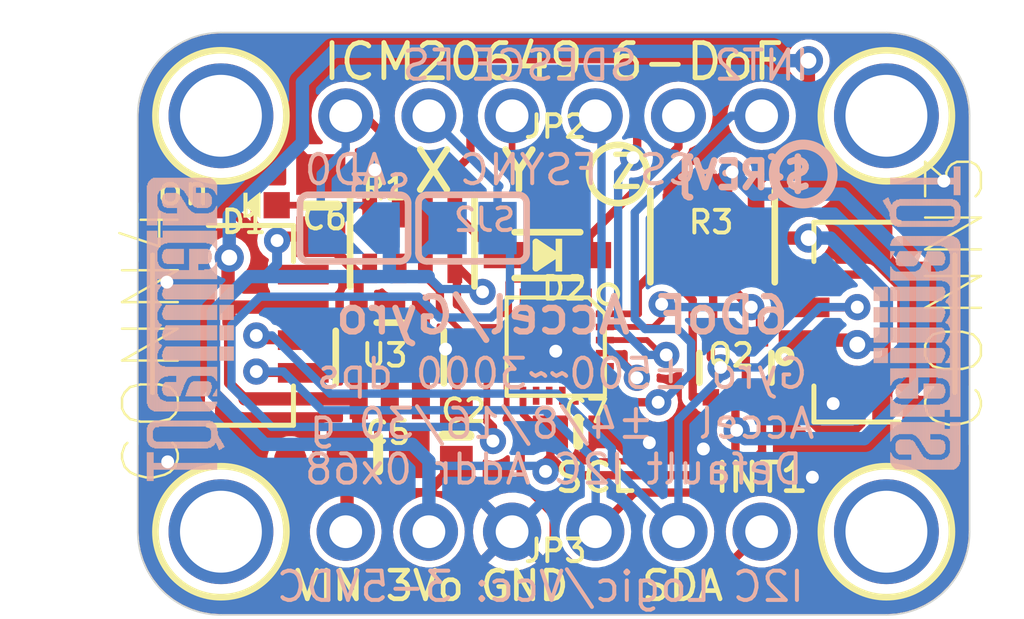
<source format=kicad_pcb>
(kicad_pcb (version 20221018) (generator pcbnew)
  (layers (0 "F.Cu" signal) (31 "B.Cu" signal) (34 "B.Paste" user) (35 "F.Paste" user) (36 "B.SilkS" user "B.Silkscreen") (37 "F.SilkS" user "F.Silkscreen") (38 "B.Mask" user) (39 "F.Mask" user) (44 "Edge.Cuts" user))
  (net 0 "")
  (net 1 "3.3V")
  (net 2 "GND")
  (net 3 "SDA")
  (net 4 "SCL")
  (net 5 "FSYNC_IN")
  (net 6 "REGOUT")
  (net 7 "SDA_EXT")
  (net 8 "SCL_EXT")
  (net 9 "AD0")
  (net 10 "SCL_3V")
  (net 11 "SDA_3V")
  (net 12 "INT1")
  (net 13 "VCC")
  (net 14 "~{CS_3V}")
  (net 15 "INT2")
  (net 16 "N$1")
  (net 17 "CS")
  (footprint "working:JST_SH4" (layer "F.Cu") (at 138.3411 105.0036 -90)
    (fp_text reference "CONN4")
    (fp_text value "STEMMA_I2C_QT" hide)
  )
  (footprint "working:SOT23-5" (layer "F.Cu") (at 143.4973 106.0196)
    (fp_text reference "U3")
    (fp_text value "AP2112K-3.3")
  )
  (footprint "working:0805-NO" (layer "F.Cu") (at 141.3891 101.3968 90)
    (fp_text reference "C6")
    (fp_text value "10uF")
  )
  (footprint "working:FIDUCIAL_1MM" (layer "F.Cu") (at 140.462 109.1438)
    (fp_text reference "FID4" hide)
    (fp_text value "FIDUCIAL_1MM" hide)
  )
  (footprint "working:RESPACK_4X0603" (layer "F.Cu") (at 153.3525 102.3366 180)
    (fp_text reference "R3")
    (fp_text value "10K")
  )
  (footprint "working:0603-NO" (layer "F.Cu") (at 149.2504 108.3056)
    (fp_text reference "C7")
    (fp_text value "0.1uF")
  )
  (footprint "working:MOUNTINGHOLE_2.5_PLATED" (layer "F.Cu") (at 158.6611 111.3536)
    (fp_text reference "U$43" hide)
    (fp_text value "MOUNTINGHOLE2.5" hide)
  )
  (footprint "working:1X06_ROUND_70" (layer "F.Cu") (at 148.5011 111.3536)
    (fp_text reference "JP3")
    (fp_text value "")
  )
  (footprint "working:1X06_ROUND" (layer "F.Cu") (at 148.5011 98.6536)
    (fp_text reference "JP2")
    (fp_text value "")
  )
  (footprint "working:CHIPLED_0603_NOOUTLINE" (layer "F.Cu") (at 139.2936 101.3841 90)
    (fp_text reference "D1")
    (fp_text value "GREEN")
  )
  (footprint "working:MOUNTINGHOLE_2.5_PLATED" (layer "F.Cu") (at 158.6611 98.6536)
    (fp_text reference "U$40" hide)
    (fp_text value "MOUNTINGHOLE2.5" hide)
  )
  (footprint "working:MOUNTINGHOLE_2.5_PLATED" (layer "F.Cu") (at 138.3411 111.3536)
    (fp_text reference "U$42" hide)
    (fp_text value "MOUNTINGHOLE2.5" hide)
  )
  (footprint "working:SOD-323" (layer "F.Cu") (at 148.3106 102.9081 180)
    (fp_text reference "D2")
    (fp_text value "1n4148")
  )
  (footprint "working:SOT363" (layer "F.Cu") (at 154.051 106.3498 180)
    (fp_text reference "Q2")
    (fp_text value "BSS138")
  )
  (footprint "working:RESPACK_4X0603" (layer "F.Cu") (at 144.1831 102.4636)
    (fp_text reference "R1")
    (fp_text value "10K")
  )
  (footprint "working:0805-NO" (layer "F.Cu") (at 143.1417 108.966)
    (fp_text reference "C5")
    (fp_text value "10uF")
  )
  (footprint "working:FIDUCIAL_1MM" (layer "F.Cu") (at 156.3751 100.8126)
    (fp_text reference "FID3" hide)
    (fp_text value "FIDUCIAL_1MM" hide)
  )
  (footprint "working:JST_SH4" (layer "F.Cu") (at 158.6611 105.0036 90)
    (fp_text reference "CONN3")
    (fp_text value "STEMMA_I2C_QT" hide)
  )
  (footprint "working:0603-NO" (layer "F.Cu") (at 145.5293 108.4199 -90)
    (fp_text reference "C2")
    (fp_text value "0.1uF")
  )
  (footprint "working:QFN24_3MM" (layer "F.Cu") (at 148.5646 105.7021 -90)
    (fp_text reference "U$7" hide)
    (fp_text value "ICM-20649QFN3MM" hide)
  )
  (footprint "working:MOUNTINGHOLE_2.5_PLATED" (layer "F.Cu") (at 138.3411 98.6536)
    (fp_text reference "U$39" hide)
    (fp_text value "MOUNTINGHOLE2.5" hide)
  )
  (footprint "working:SOLDERJUMPER_CLOSEDWIRE" (layer "B.Cu") (at 146.0246 102.0826)
    (fp_text reference "SJ2")
    (fp_text value "FSYNC")
  )
  (footprint "working:STEMMAQT" (layer "B.Cu") (at 158.2801 109.4486 90)
    (fp_text reference "U$47" hide)
    (fp_text value "" hide)
  )
  (footprint "working:PCBFEAT-REV-040" (layer "B.Cu") (at 156.1211 100.4316 180)
    (fp_text reference "U$46" hide)
    (fp_text value "" hide)
  )
  (footprint "working:SOLDERJUMPER_ARROW_NOPASTE" (layer "B.Cu") (at 142.4051 102.0826 180)
    (fp_text reference "SJ3")
    (fp_text value "")
  )
  (footprint "working:STEMMAQT" (layer "B.Cu") (at 138.7221 100.5586 -90)
    (fp_text reference "U$48" hide)
    (fp_text value "" hide)
  )
  (gr_circle (center 150.4696 100.4316) (end 151.3586 100.4316) (stroke (width 0.2032)) (fill none) (layer "F.SilkS"))
  (gr_line (start 161.2011 111.3536) (end 161.2011 98.6536) (stroke (width 0.05)) (layer "Edge.Cuts"))
  (gr_line (start 138.3411 113.8936) (end 158.6611 113.8936) (stroke (width 0.05)) (layer "Edge.Cuts"))
  (gr_arc (start 138.3411 113.8936) (mid 136.545049 113.149651) (end 135.8011 111.3536) (stroke (width 0.05)) (layer "Edge.Cuts"))
  (gr_line (start 135.8011 98.6536) (end 135.8011 111.3536) (stroke (width 0.05)) (layer "Edge.Cuts"))
  (gr_arc (start 135.8011 98.6536) (mid 136.545049 96.857549) (end 138.3411 96.1136) (stroke (width 0.05)) (layer "Edge.Cuts"))
  (gr_arc (start 161.2011 111.3536) (mid 160.457151 113.149651) (end 158.6611 113.8936) (stroke (width 0.05)) (layer "Edge.Cuts"))
  (gr_arc (start 158.6611 96.1136) (mid 160.457151 96.857549) (end 161.2011 98.6536) (stroke (width 0.05)) (layer "Edge.Cuts"))
  (gr_line (start 158.6611 96.1136) (end 138.3411 96.1136) (stroke (width 0.05)) (layer "Edge.Cuts"))
  (gr_text "Gyro ±500~~3000 dps" (at 148.7551 106.5276) (layer "B.SilkS") (effects (font (size 0.89408 0.89408) (thickness 0.12192)) (justify mirror)))
  (gr_text "SDE" (at 149.7711 97.6376) (layer "B.SilkS") (effects (font (size 0.89408 0.89408) (thickness 0.12192)) (justify bottom mirror)))
  (gr_text "INT2" (at 154.8511 97.6376) (layer "B.SilkS") (effects (font (size 0.89408 0.89408) (thickness 0.12192)) (justify bottom mirror)))
  (gr_text "Accel  ±4/8/16/30 g" (at 148.7551 108.0516) (layer "B.SilkS") (effects (font (size 0.89408 0.89408) (thickness 0.12192)) (justify mirror)))
  (gr_text "FSYNC" (at 147.7391 100.3046) (layer "B.SilkS") (effects (font (size 0.89408 0.89408) (thickness 0.12192)) (justify mirror)))
  (gr_text "AD0" (at 142.1511 100.3046) (layer "B.SilkS") (effects (font (size 0.89408 0.89408) (thickness 0.12192)) (justify mirror)))
  (gr_text "I2C Logic/Vcc: 3-5VDC" (at 148.0947 113.03) (layer "B.SilkS") (effects (font (size 0.89408 0.89408) (thickness 0.12192)) (justify mirror)))
  (gr_text "SCE" (at 147.2311 97.6376) (layer "B.SilkS") (effects (font (size 0.89408 0.89408) (thickness 0.12192)) (justify bottom mirror)))
  (gr_text "6DoF Accel/Gyro" (at 148.7551 104.7496) (layer "B.SilkS") (effects (font (size 1.0795 1.0795) (thickness 0.1905)) (justify mirror)))
  (gr_text "Default I2C Addr 0x68" (at 148.5011 109.4486) (layer "B.SilkS") (effects (font (size 0.89408 0.89408) (thickness 0.12192)) (justify mirror)))
  (gr_text "FS" (at 144.6911 97.6376) (layer "B.SilkS") (effects (font (size 0.89408 0.89408) (thickness 0.12192)) (justify bottom mirror)))
  (gr_text "~CS" (at 152.3111 100.3046) (layer "B.SilkS") (effects (font (size 0.89408 0.89408) (thickness 0.12192)) (justify mirror)))
  (gr_text "3Vo" (at 144.5641 113.0046) (layer "F.SilkS") (effects (font (size 0.87376 0.87376) (thickness 0.14224))))
  (gr_text "SCL" (at 149.7711 109.7026) (layer "F.SilkS") (effects (font (size 0.87376 0.87376) (thickness 0.14224))))
  (gr_text "GND" (at 147.6121 113.0046) (layer "F.SilkS") (effects (font (size 0.87376 0.87376) (thickness 0.14224))))
  (gr_text "ICM20649 6-DoF" (at 148.5011 97.0026) (layer "F.SilkS") (effects (font (size 1.072896 1.072896) (thickness 0.146304))))
  (gr_text "SDA" (at 152.4381 113.0046) (layer "F.SilkS") (effects (font (size 0.87376 0.87376) (thickness 0.14224))))
  (gr_text "Y" (at 146.7866 101.0666) (layer "F.SilkS") (effects (font (size 1.223264 1.223264) (thickness 0.199136)) (justify left bottom)))
  (gr_text "on" (at 136.3091 101.4476) (layer "F.SilkS") (effects (font (size 0.89408 0.89408) (thickness 0.12192)) (justify left bottom)))
  (gr_text "X" (at 144.1196 101.0666) (layer "F.SilkS") (effects (font (size 1.223264 1.223264) (thickness 0.199136)) (justify left bottom)))
  (gr_text "INT1" (at 154.8511 109.7026) (layer "F.SilkS") (effects (font (size 0.87376 0.87376) (thickness 0.14224))))
  (gr_text "Z" (at 150.1521 100.9396) (layer "F.SilkS") (effects (font (size 0.98298 0.98298) (thickness 0.16002)) (justify left bottom)))
  (gr_text "VIN" (at 141.6431 113.0046) (layer "F.SilkS") (effects (font (size 0.87376 0.87376) (thickness 0.14224))))
  (segment (start 147.5646 107.2021) (end 147.5646 107.7616) (width 0.2032) (layer "F.Cu") (net 1))
  (segment (start 154.3685 106.7418) (end 154.051 107.0593) (width 0.254) (layer "F.Cu") (net 1))
  (segment (start 147.8289 108.0259) (end 148.1086 108.3056) (width 0.254) (layer "F.Cu") (net 1))
  (segment (start 153.7525 100.476) (end 153.9049 100.3236) (width 0.4064) (layer "F.Cu") (net 1))
  (segment (start 154.051 105.4498) (end 154.051 105.6403) (width 0.254) (layer "F.Cu") (net 1))
  (segment (start 148.4004 108.3056) (end 148.4004 109.0676) (width 0.254) (layer "F.Cu") (net 1))
  (segment (start 148.2526 109.2154) (end 148.2526 109.512425) (width 0.254) (layer "F.Cu") (net 1))
  (segment (start 140.0556 102.4636) (end 140.178934 102.340266) (width 0.3048) (layer "F.Cu") (net 1))
  (segment (start 145.4831 103.3136) (end 145.6112 103.3136) (width 0.254) (layer "F.Cu") (net 1))
  (segment (start 153.4541 109.6304) (end 148.9632 109.6304) (width 0.254) (layer "F.Cu") (net 1))
  (segment (start 145.5466 104.4167) (end 146.232 105.1021) (width 0.1778) (layer "F.Cu") (net 1))
  (segment (start 153.7525 101.4866) (end 153.7525 100.476) (width 0.4064) (layer "F.Cu") (net 1))
  (segment (start 146.32965 104.03205) (end 145.6112 103.3136) (width 0.254) (layer "F.Cu") (net 1))
  (segment (start 148.1086 108.3056) (end 148.4004 108.3056) (width 0.254) (layer "F.Cu") (net 1))
  (segment (start 145.5466 103.3771) (end 145.5466 104.4167) (width 0.254) (layer "F.Cu") (net 1))
  (segment (start 145.4831 103.3136) (end 145.5466 103.3771) (width 0.254) (layer "F.Cu") (net 1))
  (segment (start 148.9632 109.6304) (end 148.4004 109.0676) (width 0.254) (layer "F.Cu") (net 1))
  (segment (start 153.4985 100.73) (end 153.3271 100.5586) (width 0.4064) (layer "F.Cu") (net 1))
  (segment (start 142.5473 104.7195) (end 142.5473 103.6494) (width 0.3048) (layer "F.Cu") (net 1))
  (segment (start 154.051 107.2498) (end 154.051 108.2959) (width 0.254) (layer "F.Cu") (net 1))
  (segment (start 153.4985 100.73) (end 153.7525 100.476) (width 0.4064) (layer "F.Cu") (net 1))
  (segment (start 142.5473 103.6494) (end 142.8831 103.3136) (width 0.3048) (layer "F.Cu") (net 1))
  (segment (start 147.0646 105.1021) (end 146.232 105.1021) (width 0.1778) (layer "F.Cu") (net 1))
  (segment (start 153.9049 100.3236) (end 153.9494 100.3681) (width 0.4064) (layer "F.Cu") (net 1))
  (segment (start 154.051 109.0335) (end 153.4541 109.6304) (width 0.254) (layer "F.Cu") (net 1))
  (segment (start 153.3271 100.5586) (end 152.243 100.5586) (width 0.4064) (layer "F.Cu") (net 1))
  (segment (start 148.4004 109.0676) (end 148.2526 109.2154) (width 0.254) (layer "F.Cu") (net 1))
  (segment (start 154.0891 108.2578) (end 154.051 108.2959) (width 0.254) (layer "F.Cu") (net 1))
  (segment (start 147.5646 107.7616) (end 147.8289 108.0259) (width 0.2032) (layer "F.Cu") (net 1))
  (segment (start 152.0525 101.4866) (end 152.0525 100.7491) (width 0.4064) (layer "F.Cu") (net 1))
  (segment (start 154.051 108.2959) (end 154.051 109.0335) (width 0.254) (layer "F.Cu") (net 1))
  (segment (start 142.5473 103.505) (end 141.3891 102.3468) (width 0.3048) (layer "F.Cu") (net 1))
  (segment (start 154.3685 105.9578) (end 154.051 105.6403) (width 0.254) (layer "F.Cu") (net 1))
  (segment (start 152.243 100.5586) (end 152.0525 100.7491) (width 0.4064) (layer "F.Cu") (net 1))
  (segment (start 140.178934 102.340266) (end 141.3891 102.3468) (width 0.3048) (layer "F.Cu") (net 1))
  (segment (start 142.5473 103.6494) (end 142.5473 103.505) (width 0.3048) (layer "F.Cu") (net 1))
  (segment (start 154.3685 105.9578) (end 154.3685 106.7418) (width 0.254) (layer "F.Cu") (net 1))
  (segment (start 154.051 107.2498) (end 154.051 107.0593) (width 0.254) (layer "F.Cu") (net 1))
  (via (at 148.2526 109.512425) (size 0.8001) (drill 0.3937) (layers "F.Cu" "B.Cu") (net 1))
  (via (at 146.32965 104.03205) (size 0.8001) (drill 0.3937) (layers "F.Cu" "B.Cu") (net 1))
  (via (at 153.9494 100.3681) (size 0.8001) (drill 0.3937) (layers "F.Cu" "B.Cu") (net 1))
  (via (at 140.0556 102.4636) (size 0.8001) (drill 0.3937) (layers "F.Cu" "B.Cu") (net 1))
  (via (at 154.0891 108.2578) (size 0.8001) (drill 0.3937) (layers "F.Cu" "B.Cu") (net 1))
  (segment (start 139.6746 103.5632) (end 140.0556 103.1822) (width 0.3048) (layer "B.Cu") (net 1))
  (segment (start 146.2418 103.9442) (end 145.052 103.9442) (width 0.254) (layer "B.Cu") (net 1))
  (segment (start 159.7747 106.720738) (end 157.983637 108.5118) (width 0.4064) (layer "B.Cu") (net 1))
  (segment (start 148.083175 109.343) (end 144.8395 109.343) (width 0.254) (layer "B.Cu") (net 1))
  (segment (start 159.7747 103.515063) (end 157.305737 101.0461) (width 0.4064) (layer "B.Cu") (net 1))
  (segment (start 143.5481 103.5632) (end 141.8971 103.5632) (width 0.4064) (layer "B.Cu") (net 1))
  (segment (start 159.7747 103.515063) (end 159.7747 106.720738) (width 0.4064) (layer "B.Cu") (net 1))
  (segment (start 138.1165 104.641338) (end 139.194637 103.5632) (width 0.4064) (layer "B.Cu") (net 1))
  (segment (start 146.32965 104.03205) (end 146.2418 103.9442) (width 0.254) (layer "B.Cu") (net 1))
  (segment (start 148.2526 109.512425) (end 148.083175 109.343) (width 0.254) (layer "B.Cu") (net 1))
  (segment (start 154.0891 108.2578) (end 154.3431 108.5118) (width 0.4064) (layer "B.Cu") (net 1))
  (segment (start 141.8971 103.5632) (end 139.6746 103.5632) (width 0.4064) (layer "B.Cu") (net 1))
  (segment (start 157.983637 108.5118) (end 154.3431 108.5118) (width 0.4064) (layer "B.Cu") (net 1))
  (segment (start 157.305737 101.0461) (end 154.6274 101.0461) (width 0.4064) (layer "B.Cu") (net 1))
  (segment (start 144.6911 109.1946) (end 144.65935 109.16285) (width 0.4064) (layer "B.Cu") (net 1))
  (segment (start 143.4211 102.0826) (end 143.4846 102.1461) (width 0.4064) (layer "B.Cu") (net 1))
  (segment (start 144.671 103.5632) (end 143.5481 103.5632) (width 0.4064) (layer "B.Cu") (net 1))
  (segment (start 143.4846 103.4997) (end 143.5481 103.5632) (width 0.4064) (layer "B.Cu") (net 1))
  (segment (start 140.0556 103.1822) (end 140.0556 102.4636) (width 0.3048) (layer "B.Cu") (net 1))
  (segment (start 145.052 103.9442) (end 144.671 103.5632) (width 0.254) (layer "B.Cu") (net 1))
  (segment (start 154.6274 101.0461) (end 153.9494 100.3681) (width 0.4064) (layer "B.Cu") (net 1))
  (segment (start 143.4846 102.1461) (end 143.4846 103.4997) (width 0.4064) (layer "B.Cu") (net 1))
  (segment (start 139.6746 103.5632) (end 139.194637 103.5632) (width 0.4064) (layer "B.Cu") (net 1))
  (segment (start 139.670675 108.6866) (end 138.1165 107.132425) (width 0.4064) (layer "B.Cu") (net 1))
  (segment (start 138.1165 107.132425) (end 138.1165 104.641338) (width 0.4064) (layer "B.Cu") (net 1))
  (segment (start 144.65935 109.16285) (end 144.1831 108.6866) (width 0.4064) (layer "B.Cu") (net 1))
  (segment (start 144.6911 111.3536) (end 144.6911 109.1946) (width 0.4064) (layer "B.Cu") (net 1))
  (segment (start 144.8395 109.343) (end 144.65935 109.16285) (width 0.254) (layer "B.Cu") (net 1))
  (segment (start 144.1831 108.6866) (end 139.670675 108.6866) (width 0.4064) (layer "B.Cu") (net 1))
  (segment (start 149.8346 107.4166) (end 149.8981 107.4166) (width 0.2032) (layer "F.Cu") (net 2))
  (segment (start 140.8551 103.5036) (end 141.7941 103.5036) (width 0.2032) (layer "F.Cu") (net 2))
  (segment (start 138.5436 101.3841) (end 138.4046 101.3841) (width 0.4064) (layer "F.Cu") (net 2))
  (segment (start 149.6201 107.2021) (end 149.8346 107.4166) (width 0.2032) (layer "F.Cu") (net 2))
  (segment (start 144.533225 105.7783) (end 145.1991 105.7783) (width 0.2032) (layer "F.Cu") (net 2))
  (segment (start 148.5646 105.7021) (end 148.5646 105.8418) (width 0.254) (layer "F.Cu") (net 2))
  (segment (start 143.4973 108.0008) (end 144.0917 108.5952) (width 0.4064) (layer "F.Cu") (net 2))
  (segment (start 142.426887 105.914388) (end 142.575675 105.7656) (width 0.2032) (layer "F.Cu") (net 2))
  (segment (start 141.9929 105.4158) (end 141.9606 105.4481) (width 0.2032) (layer "F.Cu") (net 2))
  (segment (start 150.1004 107.6189) (end 150.1004 108.3056) (width 0.2032) (layer "F.Cu") (net 2))
  (segment (start 136.9441 101.3206) (end 136.9441 103.4796) (width 0.4064) (layer "F.Cu") (net 2))
  (segment (start 137.0076 101.2571) (end 136.9441 101.3206) (width 0.4064) (layer "F.Cu") (net 2))
  (segment (start 141.9606 105.4481) (end 142.426887 105.914388) (width 0.2032) (layer "F.Cu") (net 2))
  (segment (start 149.544 107.1815) (end 149.5646 107.2021) (width 0.2032) (layer "F.Cu") (net 2))
  (segment (start 144.520525 105.7656) (end 144.533225 105.7783) (width 0.2032) (layer "F.Cu") (net 2))
  (segment (start 150.0646 106.3021) (end 149.0249 106.3021) (width 0.1778) (layer "F.Cu") (net 2))
  (segment (start 136.9441 103.4796) (end 136.6901 103.7336) (width 0.4064) (layer "F.Cu") (net 2))
  (segment (start 149.5646 107.2021) (end 149.6201 107.2021) (width 0.2032) (layer "F.Cu") (net 2))
  (segment (start 142.0241 103.972569) (end 141.9929 104.003769) (width 0.2032) (layer "F.Cu") (net 2))
  (segment (start 141.9929 104.003769) (end 141.9929 105.4158) (width 0.2032) (layer "F.Cu") (net 2))
  (segment (start 143.4973 107.3197) (end 143.4973 108.0008) (width 0.4064) (layer "F.Cu") (net 2))
  (segment (start 141.7941 103.5036) (end 142.0241 103.7336) (width 0.2032) (layer "F.Cu") (net 2))
  (segment (start 138.2776 101.2571) (end 137.0076 101.2571) (width 0.4064) (layer "F.Cu") (net 2))
  (segment (start 138.4046 101.3841) (end 138.2776 101.2571) (width 0.4064) (layer "F.Cu") (net 2))
  (segment (start 142.575675 105.7656) (end 144.520525 105.7656) (width 0.2032) (layer "F.Cu") (net 2))
  (segment (start 144.0917 108.5952) (end 144.0917 108.966) (width 0.4064) (layer "F.Cu") (net 2))
  (segment (start 149.0249 106.3021) (end 148.5646 105.8418) (width 0.2032) (layer "F.Cu") (net 2))
  (segment (start 149.8981 107.4166) (end 150.1004 107.6189) (width 0.2032) (layer "F.Cu") (net 2))
  (segment (start 142.0241 103.7336) (end 142.0241 103.972569) (width 0.2032) (layer "F.Cu") (net 2))
  (via (at 136.7155 109.22) (size 0.8001) (drill 0.3937) (layers "F.Cu" "B.Cu") (net 2))
  (via (at 157.0355 107.442) (size 0.8001) (drill 0.3937) (layers "F.Cu" "B.Cu") (net 2))
  (via (at 153.0731 108.8263) (size 0.8001) (drill 0.3937) (layers "F.Cu" "B.Cu") (net 2))
  (via (at 148.5646 105.8418) (size 0.8001) (drill 0.3937) (layers "F.Cu" "B.Cu") (net 2))
  (via (at 156.4005 109.6899) (size 0.8001) (drill 0.3937) (layers "F.Cu" "B.Cu") (net 2))
  (via (at 143.0401 100.3046) (size 0.8001) (drill 0.3937) (layers "F.Cu" "B.Cu") (net 2))
  (via (at 136.6901 103.7336) (size 0.8001) (drill 0.3937) (layers "F.Cu" "B.Cu") (net 2))
  (via (at 151.4221 108.6358) (size 0.8001) (drill 0.3937) (layers "F.Cu" "B.Cu") (net 2))
  (via (at 160.4137 100.6475) (size 0.8001) (drill 0.3937) (layers "F.Cu" "B.Cu") (net 2))
  (via (at 145.1991 105.7783) (size 0.8001) (drill 0.3937) (layers "F.Cu" "B.Cu") (net 2))
  (segment (start 156.1471 104.5036) (end 157.7641 104.5036) (width 0.254) (layer "F.Cu") (net 3))
  (segment (start 152.9525 103.72) (end 152.9525 103.1866) (width 0.254) (layer "F.Cu") (net 3))
  (segment (start 153.301 105.4498) (end 153.301 106.0379) (width 0.254) (layer "F.Cu") (net 3))
  (segment (start 157.7641 104.5036) (end 157.7721 104.4956) (width 0.254) (layer "F.Cu") (net 3))
  (segment (start 153.3716 105.3792) (end 153.301 105.4498) (width 0.254) (layer "F.Cu") (net 3))
  (segment (start 152.9525 103.72) (end 153.3716 104.1391) (width 0.254) (layer "F.Cu") (net 3))
  (segment (start 140.8551 105.5036) (end 139.521312 105.5036) (width 0.254) (layer "F.Cu") (net 3))
  (segment (start 153.3716 104.1391) (end 153.3716 105.3792) (width 0.254) (layer "F.Cu") (net 3))
  (segment (start 153.301 106.0379) (end 153.6002 106.3371) (width 0.254) (layer "F.Cu") (net 3))
  (segment (start 139.521312 105.5036) (end 139.4206 105.361994) (width 0.254) (layer "F.Cu") (net 3))
  (via (at 153.6002 106.3371) (size 0.8001) (drill 0.3937) (layers "F.Cu" "B.Cu") (net 3))
  (via (at 157.7721 104.4956) (size 0.8001) (drill 0.3937) (layers "F.Cu" "B.Cu") (net 3))
  (via (at 139.4206 105.361994) (size 0.8001) (drill 0.3937) (layers "F.Cu" "B.Cu") (net 3))
  (segment (start 139.90095 105.361994) (end 139.4206 105.361994) (width 0.254) (layer "B.Cu") (net 3))
  (segment (start 150.2791 109.3216) (end 152.3111 111.3536) (width 0.254) (layer "B.Cu") (net 3))
  (segment (start 153.6002 106.3371) (end 153.6002 106.6355) (width 0.254) (layer "B.Cu") (net 3))
  (segment (start 139.90095 105.361994) (end 141.676156 107.1372) (width 0.254) (layer "B.Cu") (net 3))
  (segment (start 148.6027 107.1372) (end 150.2791 108.8136) (width 0.254) (layer "B.Cu") (net 3))
  (segment (start 141.676156 107.1372) (end 148.6027 107.1372) (width 0.254) (layer "B.Cu") (net 3))
  (segment (start 153.6002 106.6355) (end 152.3111 107.9246) (width 0.254) (layer "B.Cu") (net 3))
  (segment (start 156.6291 104.4956) (end 157.7721 104.4956) (width 0.254) (layer "B.Cu") (net 3))
  (segment (start 153.6002 106.3371) (end 154.7876 106.3371) (width 0.254) (layer "B.Cu") (net 3))
  (segment (start 150.2791 108.8136) (end 150.2791 109.3216) (width 0.254) (layer "B.Cu") (net 3))
  (segment (start 154.7876 106.3371) (end 156.6291 104.4956) (width 0.254) (layer "B.Cu") (net 3))
  (segment (start 152.3111 111.3536) (end 152.3111 107.9246) (width 0.254) (layer "B.Cu") (net 3))
  (segment (start 150.9659 110.1588) (end 153.615675 110.1588) (width 0.254) (layer "F.Cu") (net 4))
  (segment (start 154.8645 107.3133) (end 154.8645 108.909975) (width 0.254) (layer "F.Cu") (net 4))
  (segment (start 150.9659 110.1588) (end 149.7711 111.3536) (width 0.254) (layer "F.Cu") (net 4))
  (segment (start 158.6611 106.0196) (end 157.8991 106.7816) (width 0.254) (layer "F.Cu") (net 4))
  (segment (start 153.615675 110.1588) (end 154.8645 108.909975) (width 0.254) (layer "F.Cu") (net 4))
  (segment (start 155.6265 107.2498) (end 154.801 107.2498) (width 0.254) (layer "F.Cu") (net 4))
  (segment (start 154.8645 107.3133) (end 154.801 107.2498) (width 0.254) (layer "F.Cu") (net 4))
  (segment (start 154.9695 103.5036) (end 154.6525 103.1866) (width 0.254) (layer "F.Cu") (net 4))
  (segment (start 156.1471 103.5036) (end 154.9695 103.5036) (width 0.254) (layer "F.Cu") (net 4))
  (segment (start 158.6611 104.1146) (end 158.6611 106.0196) (width 0.254) (layer "F.Cu") (net 4))
  (segment (start 157.709687 108.241013) (end 156.617712 108.241013) (width 0.254) (layer "F.Cu") (net 4))
  (segment (start 157.8991 108.0516) (end 157.709687 108.241013) (width 0.254) (layer "F.Cu") (net 4))
  (segment (start 158.0501 103.5036) (end 158.6611 104.1146) (width 0.254) (layer "F.Cu") (net 4))
  (segment (start 157.8991 106.7816) (end 157.8991 108.0516) (width 0.254) (layer "F.Cu") (net 4))
  (segment (start 140.8551 106.5036) (end 139.4601 106.5036) (width 0.254) (layer "F.Cu") (net 4))
  (segment (start 156.617712 108.241013) (end 155.6265 107.2498) (width 0.254) (layer "F.Cu") (net 4))
  (segment (start 139.4601 106.5036) (end 139.4206 106.4641) (width 0.254) (layer "F.Cu") (net 4))
  (segment (start 156.1471 103.5036) (end 158.0501 103.5036) (width 0.254) (layer "F.Cu") (net 4))
  (via (at 139.4206 106.4641) (size 0.8001) (drill 0.3937) (layers "F.Cu" "B.Cu") (net 4))
  (segment (start 141.4272 107.6452) (end 140.2461 106.4641) (width 0.254) (layer "B.Cu") (net 4))
  (segment (start 148.233281 107.6452) (end 149.7838 109.195719) (width 0.254) (layer "B.Cu") (net 4))
  (segment (start 149.7838 109.195719) (end 149.7838 111.3536) (width 0.254) (layer "B.Cu") (net 4))
  (segment (start 141.4272 107.6452) (end 148.233281 107.6452) (width 0.254) (layer "B.Cu") (net 4))
  (segment (start 139.4206 106.4641) (end 140.2461 106.4641) (width 0.254) (layer "B.Cu") (net 4))
  (segment (start 149.7711 111.3536) (end 149.7838 111.3536) (width 0.254) (layer "B.Cu") (net 4))
  (segment (start 147.0646 106.3021) (end 146.6516 106.3021) (width 0.1778) (layer "F.Cu") (net 5))
  (segment (start 146.4611 107.9674) (end 146.6469 108.1532) (width 0.254) (layer "F.Cu") (net 5))
  (segment (start 146.6469 108.1532) (end 146.6469 108.585) (width 0.254) (layer "F.Cu") (net 5))
  (segment (start 146.4611 106.4926) (end 146.4611 107.9674) (width 0.2032) (layer "F.Cu") (net 5))
  (segment (start 146.6516 106.3021) (end 146.4611 106.4926) (width 0.1778) (layer "F.Cu") (net 5))
  (via (at 146.6469 108.585) (size 0.8001) (drill 0.3937) (layers "F.Cu" "B.Cu") (net 5))
  (segment (start 146.5961 104.8131) (end 147.1676 104.2416) (width 0.254) (layer "B.Cu") (net 5))
  (segment (start 145.0086 104.8131) (end 146.5961 104.8131) (width 0.254) (layer "B.Cu") (net 5))
  (segment (start 146.7866 102.0826) (end 147.1676 102.4636) (width 0.254) (layer "B.Cu") (net 5))
  (segment (start 144.3736 104.1781) (end 145.0086 104.8131) (width 0.254) (layer "B.Cu") (net 5))
  (segment (start 147.1676 104.2416) (end 147.1676 102.4636) (width 0.254) (layer "B.Cu") (net 5))
  (segment (start 146.841028 100.803529) (end 144.6911 98.6536) (width 0.254) (layer "B.Cu") (net 5))
  (segment (start 138.6626 106.924182) (end 139.891618 108.1532) (width 0.254) (layer "B.Cu") (net 5))
  (segment (start 146.2151 108.1532) (end 139.891618 108.1532) (width 0.254) (layer "B.Cu") (net 5))
  (segment (start 146.6469 108.585) (end 146.2151 108.1532) (width 0.254) (layer "B.Cu") (net 5))
  (segment (start 138.6626 106.924182) (end 138.6626 105.048019) (width 0.254) (layer "B.Cu") (net 5))
  (segment (start 139.532518 104.1781) (end 144.3736 104.1781) (width 0.254) (layer "B.Cu") (net 5))
  (segment (start 138.6626 105.048019) (end 139.532518 104.1781) (width 0.254) (layer "B.Cu") (net 5))
  (segment (start 146.7866 102.0826) (end 146.7866 100.85301) (width 0.254) (layer "B.Cu") (net 5))
  (segment (start 146.841028 100.803529) (end 146.7866 100.85301) (width 0.254) (layer "B.Cu") (net 5))
  (segment (start 146.2446 105.9021) (end 145.5293 106.6174) (width 0.2032) (layer "F.Cu") (net 6))
  (segment (start 147.0646 105.9021) (end 146.2446 105.9021) (width 0.1778) (layer "F.Cu") (net 6))
  (segment (start 145.5293 107.5699) (end 145.5293 106.6174) (width 0.254) (layer "F.Cu") (net 6))
  (segment (start 150.0646 105.9021) (end 150.6601 105.9021) (width 0.1778) (layer "F.Cu") (net 7))
  (segment (start 150.6601 106.2101) (end 151.07285 106.62285) (width 0.2032) (layer "F.Cu") (net 7))
  (segment (start 151.07285 106.62285) (end 151.0411 106.6546) (width 0.254) (layer "F.Cu") (net 7))
  (segment (start 150.6601 105.9021) (end 150.6601 106.2101) (width 0.2032) (layer "F.Cu") (net 7))
  (via (at 151.0411 106.6546) (size 0.8001) (drill 0.3937) (layers "F.Cu" "B.Cu") (net 7))
  (segment (start 149.9616 98.8441) (end 149.7711 98.6536) (width 0.254) (layer "B.Cu") (net 7))
  (segment (start 151.0411 106.6546) (end 149.9616 105.5751) (width 0.254) (layer "B.Cu") (net 7))
  (segment (start 149.9616 98.8441) (end 149.9616 105.5751) (width 0.254) (layer "B.Cu") (net 7))
  (segment (start 148.2471 101.6381) (end 147.2311 100.6221) (width 0.2032) (layer "F.Cu") (net 8))
  (segment (start 147.23 103.6477) (end 148.2471 103.6477) (width 0.2032) (layer "F.Cu") (net 8))
  (segment (start 147.1281 103.7496) (end 147.1281 104.6386) (width 0.2032) (layer "F.Cu") (net 8))
  (segment (start 147.1281 104.6386) (end 147.0646 104.7021) (width 0.2032) (layer "F.Cu") (net 8))
  (segment (start 147.1281 103.7496) (end 147.23 103.6477) (width 0.2032) (layer "F.Cu") (net 8))
  (segment (start 148.2471 103.6477) (end 148.2471 101.6381) (width 0.2032) (layer "F.Cu") (net 8))
  (segment (start 147.2311 100.6221) (end 147.2311 98.6536) (width 0.2032) (layer "F.Cu") (net 8))
  (segment (start 142.1511 98.6536) (end 142.7226 98.6536) (width 0.254) (layer "F.Cu") (net 9))
  (segment (start 147.0646 105.5021) (end 145.9516 105.5021) (width 0.1778) (layer "F.Cu") (net 9))
  (segment (start 143.9331 101.4636) (end 143.7831 101.6136) (width 0.254) (layer "F.Cu") (net 9))
  (segment (start 145.0271 103.99325) (end 144.5831 103.54925) (width 0.254) (layer "F.Cu") (net 9))
  (segment (start 142.7226 98.6536) (end 143.9331 99.8641) (width 0.254) (layer "F.Cu") (net 9))
  (segment (start 145.9516 105.5021) (end 145.1396 104.6901) (width 0.1778) (layer "F.Cu") (net 9))
  (segment (start 144.5831 103.3136) (end 144.5831 101.6136) (width 0.254) (layer "F.Cu") (net 9))
  (segment (start 145.0271 104.5776) (end 145.0271 103.99325) (width 0.254) (layer "F.Cu") (net 9))
  (segment (start 145.1396 104.6901) (end 145.0271 104.5776) (width 0.254) (layer "F.Cu") (net 9))
  (segment (start 143.9331 99.8641) (end 143.9331 101.4636) (width 0.254) (layer "F.Cu") (net 9))
  (segment (start 144.5831 101.6136) (end 143.7831 101.6136) (width 0.254) (layer "F.Cu") (net 9))
  (segment (start 144.5831 103.54925) (end 144.5831 103.3136) (width 0.254) (layer "F.Cu") (net 9))
  (segment (start 142.1511 98.6536) (end 142.1511 99.6696) (width 0.254) (layer "B.Cu") (net 9))
  (segment (start 142.1511 99.6696) (end 141.3891 100.4316) (width 0.254) (layer "B.Cu") (net 9))
  (segment (start 141.3891 100.4316) (end 141.3891 102.0826) (width 0.254) (layer "B.Cu") (net 9))
  (segment (start 151.7988 104.8518) (end 151.5485 105.1021) (width 0.1778) (layer "F.Cu") (net 10))
  (segment (start 151.7988 104.4073) (end 151.7988 104.8518) (width 0.1778) (layer "F.Cu") (net 10))
  (segment (start 151.5485 105.1021) (end 150.0646 105.1021) (width 0.1778) (layer "F.Cu") (net 10))
  (segment (start 153.7525 103.1866) (end 153.7525 103.7653) (width 0.254) (layer "F.Cu") (net 10))
  (segment (start 153.7525 103.1866) (end 153.7525 103.7145) (width 0.254) (layer "F.Cu") (net 10))
  (segment (start 154.801 105.4498) (end 154.801 104.8138) (width 0.254) (layer "F.Cu") (net 10))
  (segment (start 154.5336 104.4956) (end 153.7525 103.7145) (width 0.254) (layer "F.Cu") (net 10))
  (segment (start 154.801 104.8138) (end 153.7525 103.7653) (width 0.254) (layer "F.Cu") (net 10))
  (via (at 151.7988 104.4073) (size 0.8001) (drill 0.3937) (layers "F.Cu" "B.Cu") (net 10))
  (via (at 154.5336 104.4956) (size 0.8001) (drill 0.3937) (layers "F.Cu" "B.Cu") (net 10))
  (segment (start 154.5336 104.4956) (end 151.8871 104.4956) (width 0.254) (layer "B.Cu") (net 10))
  (segment (start 151.7988 104.4073) (end 151.8871 104.4956) (width 0.254) (layer "B.Cu") (net 10))
  (segment (start 151.0955 103.8806) (end 151.7895 103.1866) (width 0.254) (layer "F.Cu") (net 11))
  (segment (start 150.0646 104.7021) (end 151.0955 104.7021) (width 0.2032) (layer "F.Cu") (net 11))
  (segment (start 153.301 107.2498) (end 152.7462 107.2498) (width 0.254) (layer "F.Cu") (net 11))
  (segment (start 152.7462 104.27685) (end 152.0525 103.58315) (width 0.254) (layer "F.Cu") (net 11))
  (segment (start 152.7462 107.2498) (end 152.7462 104.27685) (width 0.254) (layer "F.Cu") (net 11))
  (segment (start 151.0955 104.7021) (end 151.0955 103.8806) (width 0.2032) (layer "F.Cu") (net 11))
  (segment (start 152.0525 103.1866) (end 151.7895 103.1866) (width 0.254) (layer "F.Cu") (net 11))
  (segment (start 152.0525 103.58315) (end 152.0525 103.1866) (width 0.254) (layer "F.Cu") (net 11))
  (segment (start 153.5176 112.6871) (end 154.8511 111.3536) (width 0.254) (layer "F.Cu") (net 12))
  (segment (start 147.4946 108.338482) (end 147.0646 107.908482) (width 0.254) (layer "F.Cu") (net 12))
  (segment (start 147.4946 108.338482) (end 147.4946 109.8264) (width 0.254) (layer "F.Cu") (net 12))
  (segment (start 148.5011 111.7981) (end 149.3901 112.6871) (width 0.254) (layer "F.Cu") (net 12))
  (segment (start 147.4946 109.8264) (end 148.5011 110.8329) (width 0.254) (layer "F.Cu") (net 12))
  (segment (start 148.5011 110.8329) (end 148.5011 111.7981) (width 0.254) (layer "F.Cu") (net 12))
  (segment (start 149.3901 112.6871) (end 153.5176 112.6871) (width 0.254) (layer "F.Cu") (net 12))
  (segment (start 147.0646 106.7021) (end 147.0646 107.908482) (width 0.1778) (layer "F.Cu") (net 12))
  (segment (start 138.5864 106.809638) (end 139.075062 107.2983) (width 0.3048) (layer "F.Cu") (net 13))
  (segment (start 142.1917 110.98271) (end 141.9835 111.0132) (width 0.4064) (layer "F.Cu") (net 13))
  (segment (start 154.73045 101.453625) (end 154.697475 101.4866) (width 0.4064) (layer "F.Cu") (net 13))
  (segment (start 139.075062 107.2983) (end 142.5259 107.2983) (width 0.4064) (layer "F.Cu") (net 13))
  (segment (start 140.2461 104.4956) (end 140.3016 104.4401) (width 0.4064) (layer "F.Cu") (net 13))
  (segment (start 154.371387 102.3556) (end 154.6525 102.074488) (width 0.4064) (layer "F.Cu") (net 13))
  (segment (start 138.5864 106.809638) (end 138.5864 104.975563) (width 0.3048) (layer "F.Cu") (net 13))
  (segment (start 154.6525 101.4866) (end 154.697475 101.4866) (width 0.4064) (layer "F.Cu") (net 13))
  (segment (start 155.5542 102.3883) (end 156.2871 102.3883) (width 0.4064) (layer "F.Cu") (net 13))
  (segment (start 142.7861 106.2736) (end 142.5473 106.5124) (width 0.4064) (layer "F.Cu") (net 13))
  (segment (start 156.1471 105.5036) (end 157.6371 105.5036) (width 0.4064) (layer "F.Cu") (net 13))
  (segment (start 152.9525 101.4866) (end 152.9525 102.216) (width 0.4064) (layer "F.Cu") (net 13))
  (segment (start 142.5473 107.3197) (end 142.5473 109.1134) (width 0.4064) (layer "F.Cu") (net 13))
  (segment (start 138.5951 102.983) (end 138.558362 103.019738) (width 0.4064) (layer "F.Cu") (net 13))
  (segment (start 154.6525 101.4866) (end 155.5542 102.3883) (width 0.4064) (layer "F.Cu") (net 13))
  (segment (start 140.7916 104.4401) (end 140.3016 104.4401) (width 0.4064) (layer "F.Cu") (net 13))
  (segment (start 142.1511 111.1808) (end 142.1511 111.3536) (width 0.4064) (layer "F.Cu") (net 13))
  (segment (start 142.5259 107.2983) (end 142.5473 107.3197) (width 0.4064) (layer "F.Cu") (net 13))
  (segment (start 144.4473 106.4108) (end 144.3101 106.2736) (width 0.4064) (layer "F.Cu") (net 13))
  (segment (start 153.0921 102.3556) (end 154.371387 102.3556) (width 0.4064) (layer "F.Cu") (net 13))
  (segment (start 138.5864 104.523638) (end 138.558362 104.4956) (width 0.4064) (layer "F.Cu") (net 13))
  (segment (start 138.5864 104.975563) (end 138.5864 104.523638) (width 0.4064) (layer "F.Cu") (net 13))
  (segment (start 156.27985 96.97085) (end 156.27985 99.06635) (width 0.4064) (layer "F.Cu") (net 13))
  (segment (start 154.73045 100.61575) (end 154.73045 101.453625) (width 0.4064) (layer "F.Cu") (net 13))
  (segment (start 140.8551 104.5036) (end 140.7916 104.4401) (width 0.4064) (layer "F.Cu") (net 13))
  (segment (start 142.1917 108.966) (end 142.1917 110.98271) (width 0.4064) (layer "F.Cu") (net 13))
  (segment (start 142.5473 106.5124) (end 142.5473 107.3197) (width 0.4064) (layer "F.Cu") (net 13))
  (segment (start 142.5473 109.1134) (end 142.1917 108.966) (width 0.4064) (layer "F.Cu") (net 13))
  (segment (start 154.6525 102.074488) (end 154.6525 101.4866) (width 0.4064) (layer "F.Cu") (net 13))
  (segment (start 156.27985 99.06635) (end 154.73045 100.61575) (width 0.4064) (layer "F.Cu") (net 13))
  (segment (start 138.558362 104.4956) (end 140.2461 104.4956) (width 0.4064) (layer "F.Cu") (net 13))
  (segment (start 138.558362 103.019738) (end 138.558362 104.4956) (width 0.4064) (layer "F.Cu") (net 13))
  (segment (start 152.9525 102.216) (end 153.0921 102.3556) (width 0.4064) (layer "F.Cu") (net 13))
  (segment (start 157.6371 105.5036) (end 157.7721 105.6386) (width 0.4064) (layer "F.Cu") (net 13))
  (segment (start 144.4473 107.3197) (end 144.4473 106.4108) (width 0.4064) (layer "F.Cu") (net 13))
  (segment (start 144.3101 106.2736) (end 142.7861 106.2736) (width 0.4064) (layer "F.Cu") (net 13))
  (segment (start 142.1511 111.1808) (end 141.9835 111.0132) (width 0.4064) (layer "F.Cu") (net 13))
  (via (at 138.5951 102.983) (size 0.889) (drill 0.4826) (layers "F.Cu" "B.Cu") (net 13))
  (via (at 156.2871 102.3883) (size 0.889) (drill 0.4826) (layers "F.Cu" "B.Cu") (net 13))
  (via (at 157.7721 105.6386) (size 0.889) (drill 0.4826) (layers "F.Cu" "B.Cu") (net 13))
  (via (at 156.27985 96.97085) (size 0.889) (drill 0.4826) (layers "F.Cu" "B.Cu") (net 13))
  (segment (start 158.6611 105.3846) (end 158.4071 105.6386) (width 0.4064) (layer "B.Cu") (net 13))
  (segment (start 158.6611 104.0979) (end 156.9515 102.3883) (width 0.4064) (layer "B.Cu") (net 13))
  (segment (start 138.5951 102.983) (end 138.5951 101.7016) (width 0.4064) (layer "B.Cu") (net 13))
  (segment (start 155.45435 96.97085) (end 156.27985 96.97085) (width 0.4064) (layer "B.Cu") (net 13))
  (segment (start 155.45435 96.97085) (end 155.1686 96.6851) (width 0.4064) (layer "B.Cu") (net 13))
  (segment (start 158.4071 105.6386) (end 157.7721 105.6386) (width 0.4064) (layer "B.Cu") (net 13))
  (segment (start 140.8303 99.4664) (end 140.8303 97.6376) (width 0.4064) (layer "B.Cu") (net 13))
  (segment (start 138.5951 101.7016) (end 140.8303 99.4664) (width 0.4064) (layer "B.Cu") (net 13))
  (segment (start 156.2871 102.3883) (end 156.9515 102.3883) (width 0.4064) (layer "B.Cu") (net 13))
  (segment (start 141.7828 96.6851) (end 155.1686 96.6851) (width 0.4064) (layer "B.Cu") (net 13))
  (segment (start 140.8303 97.6376) (end 141.7828 96.6851) (width 0.4064) (layer "B.Cu") (net 13))
  (segment (start 158.6611 104.0979) (end 158.6611 105.3846) (width 0.4064) (layer "B.Cu") (net 13))
  (segment (start 150.0646 105.5021) (end 151.3491 105.5021) (width 0.1778) (layer "F.Cu") (net 14))
  (segment (start 150.924012 99.933513) (end 151.051012 99.806513) (width 0.254) (layer "F.Cu") (net 14))
  (segment (start 147.0406 102.9081) (end 146.7776 102.9081) (width 0.254) (layer "F.Cu") (net 14))
  (segment (start 146.7776 102.9081) (end 145.4831 101.6136) (width 0.254) (layer "F.Cu") (net 14))
  (segment (start 145.9611 99.8601) (end 145.9611 97.8281) (width 0.254) (layer "F.Cu") (net 14))
  (segment (start 145.4831 100.3381) (end 145.9611 99.8601) (width 0.254) (layer "F.Cu") (net 14))
  (segment (start 150.4696 97.3836) (end 146.4056 97.3836) (width 0.254) (layer "F.Cu") (net 14))
  (segment (start 145.9611 97.8281) (end 146.4056 97.3836) (width 0.254) (layer "F.Cu") (net 14))
  (segment (start 151.3491 105.5021) (end 151.6761 105.8291) (width 0.1778) (layer "F.Cu") (net 14))
  (segment (start 151.8115 105.8291) (end 151.9385 105.9561) (width 0.2032) (layer "F.Cu") (net 14))
  (segment (start 151.051012 97.965013) (end 150.4696 97.3836) (width 0.254) (layer "F.Cu") (net 14))
  (segment (start 151.051012 97.965013) (end 151.051012 99.806513) (width 0.254) (layer "F.Cu") (net 14))
  (segment (start 151.6761 105.8291) (end 151.8115 105.8291) (width 0.2032) (layer "F.Cu") (net 14))
  (segment (start 145.4831 101.6136) (end 145.4831 100.3381) (width 0.254) (layer "F.Cu") (net 14))
  (via (at 150.924012 99.933513) (size 0.8001) (drill 0.3937) (layers "F.Cu" "B.Cu") (net 14))
  (via (at 151.9385 105.9561) (size 0.8001) (drill 0.3937) (layers "F.Cu" "B.Cu") (net 14))
  (segment (start 151.9385 105.9561) (end 151.367 105.9561) (width 0.254) (layer "B.Cu") (net 14))
  (segment (start 151.367 105.9561) (end 150.4696 105.0587) (width 0.254) (layer "B.Cu") (net 14))
  (segment (start 150.4696 105.0587) (end 150.4696 100.387925) (width 0.254) (layer "B.Cu") (net 14))
  (segment (start 150.4696 100.387925) (end 150.924012 99.933513) (width 0.254) (layer "B.Cu") (net 14))
  (segment (start 150.5011 107.2061) (end 150.696256 107.401257) (width 0.254) (layer "F.Cu") (net 15))
  (segment (start 150.0646 106.7021) (end 150.0646 106.7696) (width 0.2032) (layer "F.Cu") (net 15))
  (segment (start 151.691443 107.401257) (end 150.696256 107.401257) (width 0.254) (layer "F.Cu") (net 15))
  (segment (start 150.0646 106.7696) (end 150.5011 107.2061) (width 0.2032) (layer "F.Cu") (net 15))
  (via (at 151.691443 107.401257) (size 0.8001) (drill 0.3937) (layers "F.Cu" "B.Cu") (net 15))
  (segment (start 152.283175 105.1653) (end 152.6965 105.578625) (width 0.254) (layer "B.Cu") (net 15))
  (segment (start 150.9776 101.60355) (end 153.92755 98.6536) (width 0.254) (layer "B.Cu") (net 15))
  (segment (start 153.92755 98.6536) (end 154.8511 98.6536) (width 0.254) (layer "B.Cu") (net 15))
  (segment (start 152.6965 106.515675) (end 151.751181 107.460994) (width 0.254) (layer "B.Cu") (net 15))
  (segment (start 151.294325 105.1653) (end 152.283175 105.1653) (width 0.254) (layer "B.Cu") (net 15))
  (segment (start 150.9776 104.848575) (end 150.9776 101.60355) (width 0.254) (layer "B.Cu") (net 15))
  (segment (start 151.294325 105.1653) (end 150.9776 104.848575) (width 0.254) (layer "B.Cu") (net 15))
  (segment (start 151.751181 107.460994) (end 151.691443 107.401257) (width 0.254) (layer "B.Cu") (net 15))
  (segment (start 152.6965 105.578625) (end 152.6965 106.515675) (width 0.254) (layer "B.Cu") (net 15))
  (segment (start 142.6536 101.3841) (end 142.8831 101.6136) (width 0.2032) (layer "F.Cu") (net 16))
  (segment (start 142.6536 101.3841) (end 140.0436 101.3841) (width 0.2032) (layer "F.Cu") (net 16))
  (segment (start 152.3111 99.6061) (end 149.5806 102.3366) (width 0.254) (layer "F.Cu") (net 17))
  (segment (start 152.3111 99.6061) (end 152.3111 98.6536) (width 0.254) (layer "F.Cu") (net 17))
  (segment (start 149.5806 102.9081) (end 149.5806 102.3366) (width 0.254) (layer "F.Cu") (net 17))
  (zone (net 2) (net_name "GND") (layer "F.Cu") (priority 6) (connect_pads (clearance 0.000001)) (min_thickness 0.127) (fill yes (thermal_gap 0.304) (thermal_bridge_width 0.304))
    (polygon (pts (xy 161.3281 114.0206) (xy 135.6741 114.0206) (xy 135.6741 95.9866) (xy 161.3281 95.9866)))
  )
  (zone (net 2) (net_name "GND") (layer "B.Cu") (priority 6) (connect_pads (clearance 0.000001)) (min_thickness 0.127) (fill yes (thermal_gap 0.304) (thermal_bridge_width 0.304))
    (polygon (pts (xy 161.3281 114.0206) (xy 135.6741 114.0206) (xy 135.6741 95.9866) (xy 161.3281 95.9866)))
  )
)
</source>
